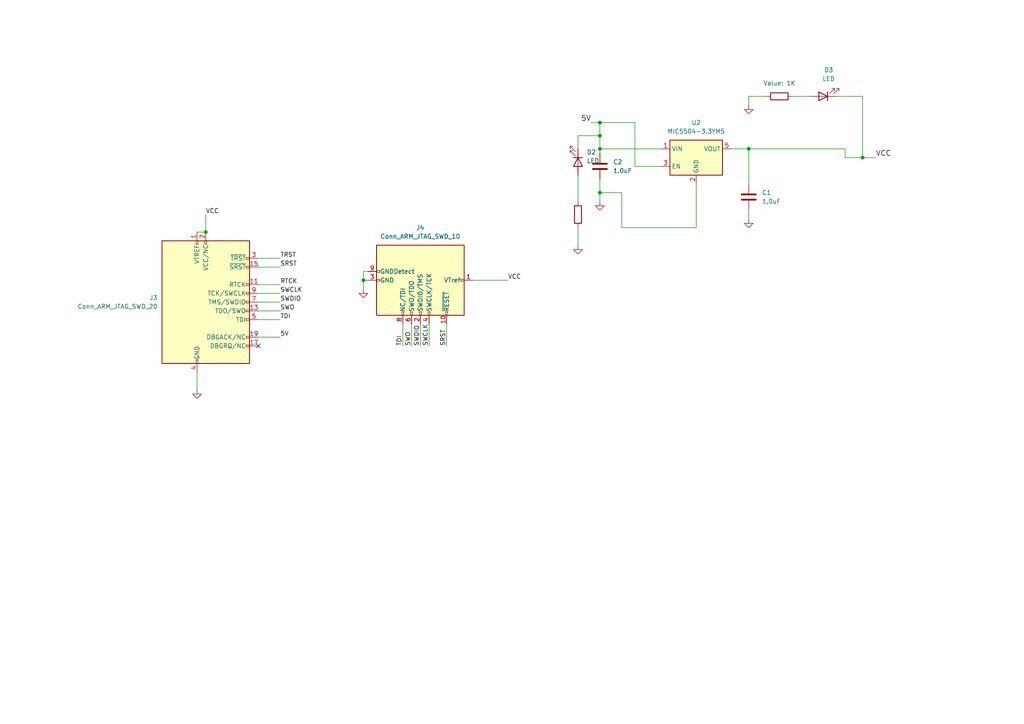
<source format=kicad_sch>
(kicad_sch (version 20250114) (generator "eeschema") (generator_version "9.0")
  (paper "A4")
  (title_block (date "27 oct 2014"))
  (lib_symbols
    (symbol "C_1" (pin_numbers (hide yes)) (pin_names (offset 0.254))
      (property "Reference" "C" (at 0.635 2.54 0))
      (property "Value" "C" (at 0.635 -2.54 0))
      (symbol "C_1_0_1"
        (polyline (pts (xy -2.032 0.762) (xy 2.032 0.762)) (stroke (width 0.508)))
        (polyline (pts (xy -2.032 -0.762) (xy 2.032 -0.762)) (stroke (width 0.508)))
      )
      (symbol "C_1_1_1"
        (pin passive line (at 0 3.81 270) (length 2.794) (name "~") (number "1"))
        (pin passive line (at 0 -3.81 90) (length 2.794) (name "~") (number "2"))
      )
    )
    (symbol "C_2" (pin_numbers (hide yes)) (pin_names (offset 0.254))
      (property "Reference" "C" (at 0.635 2.54 0))
      (property "Value" "C" (at 0.635 -2.54 0))
      (symbol "C_2_0_1"
        (polyline (pts (xy -2.032 0.762) (xy 2.032 0.762)) (stroke (width 0.508)))
        (polyline (pts (xy -2.032 -0.762) (xy 2.032 -0.762)) (stroke (width 0.508)))
      )
      (symbol "C_2_1_1"
        (pin passive line (at 0 3.81 270) (length 2.794) (name "~") (number "1"))
        (pin passive line (at 0 -3.81 90) (length 2.794) (name "~") (number "2"))
      )
    )
    (symbol "Connector:Conn_ARM_JTAG_SWD_10" (pin_names (offset 1.016))
      (property "Reference" "J" (at -2.54 16.51 0))
      (property "Value" "Conn_ARM_JTAG_SWD_10" (at -2.54 13.97 0))
      (symbol "Conn_ARM_JTAG_SWD_10_0_1"
        (rectangle (start -10.16 12.7) (end 10.16 -12.7) (stroke (width 0.254)) (fill (type background)))
        (rectangle (start -2.794 -12.7) (end -2.286 -11.684))
        (rectangle (start -0.254 12.7) (end 0.254 11.684))
        (rectangle (start -0.254 -12.7) (end 0.254 -11.684))
        (rectangle (start 9.144 2.286) (end 10.16 2.794))
        (rectangle (start 10.16 7.874) (end 9.144 7.366))
        (rectangle (start 10.16 -0.254) (end 9.144 0.254))
        (rectangle (start 10.16 -2.794) (end 9.144 -2.286))
      )
      (symbol "Conn_ARM_JTAG_SWD_10_1_1"
        (rectangle (start 9.144 -5.334) (end 10.16 -4.826))
        (pin no_connect line (at -10.16 0 0) (length 2.54) (hide yes) (name "KEY") (number "7"))
        (pin passive line (at -2.54 -15.24 90) (length 2.54) (name "GNDDetect") (number "9"))
        (pin power_in line (at 0 15.24 270) (length 2.54) (name "VTref") (number "1"))
        (pin power_in line (at 0 -15.24 90) (length 2.54) (name "GND") (number "3"))
        (pin passive line (at 0 -15.24 90) (length 2.54) (hide yes) (name "GND") (number "5"))
        (pin open_collector line (at 12.7 7.62 180) (length 2.54) (name "~{RESET}") (number "10"))
        (pin output line (at 12.7 2.54 180) (length 2.54) (name "SWCLK/TCK") (number "4"))
        (pin bidirectional line (at 12.7 0 180) (length 2.54) (name "SWDIO/TMS") (number "2"))
        (pin input line (at 12.7 -2.54 180) (length 2.54) (name "SWO/TDO") (number "6"))
        (pin output line (at 12.7 -5.08 180) (length 2.54) (name "NC/TDI") (number "8"))
      )
    )
    (symbol "Connector:Conn_ARM_JTAG_SWD_20" (pin_names (offset 1.016))
      (property "Reference" "J" (at -5.08 21.59 0))
      (property "Value" "Conn_ARM_JTAG_SWD_20" (at -5.08 19.05 0))
      (symbol "Conn_ARM_JTAG_SWD_20_0_1"
        (rectangle (start -12.7 17.78) (end 12.7 -17.78) (stroke (width 0.254)) (fill (type background)))
        (rectangle (start -2.794 17.78) (end -2.286 16.764))
        (rectangle (start -2.794 -17.78) (end -2.286 -16.764))
        (rectangle (start -0.254 17.78) (end 0.254 16.764))
        (rectangle (start 11.684 2.286) (end 12.7 2.794))
        (rectangle (start 12.7 12.954) (end 11.684 12.446))
        (rectangle (start 12.7 10.414) (end 11.684 9.906))
        (rectangle (start 12.7 4.826) (end 11.684 5.334))
        (rectangle (start 12.7 -0.254) (end 11.684 0.254))
        (rectangle (start 12.7 -2.794) (end 11.684 -2.286))
        (rectangle (start 12.7 -9.906) (end 11.684 -10.414))
        (rectangle (start 12.7 -12.446) (end 11.684 -12.954))
      )
      (symbol "Conn_ARM_JTAG_SWD_20_1_1"
        (rectangle (start 11.684 -5.334) (end 12.7 -4.826))
        (pin power_in line (at -2.54 20.32 270) (length 2.54) (name "VTREF") (number "1"))
        (pin passive line (at -2.54 -20.32 90) (length 2.54) (hide yes) (name "GND") (number "10"))
        (pin passive line (at -2.54 -20.32 90) (length 2.54) (hide yes) (name "GND") (number "12"))
        (pin passive line (at -2.54 -20.32 90) (length 2.54) (hide yes) (name "GND") (number "14"))
        (pin passive line (at -2.54 -20.32 90) (length 2.54) (hide yes) (name "GND") (number "16"))
        (pin passive line (at -2.54 -20.32 90) (length 2.54) (hide yes) (name "GND") (number "18"))
        (pin passive line (at -2.54 -20.32 90) (length 2.54) (hide yes) (name "GND") (number "20"))
        (pin power_in line (at -2.54 -20.32 90) (length 2.54) (name "GND") (number "4"))
        (pin passive line (at -2.54 -20.32 90) (length 2.54) (hide yes) (name "GND") (number "6"))
        (pin passive line (at -2.54 -20.32 90) (length 2.54) (hide yes) (name "GND") (number "8"))
        (pin power_in line (at 0 20.32 270) (length 2.54) (name "VCC/NC") (number "2"))
        (pin output line (at 15.24 12.7 180) (length 2.54) (name "~{TRST}") (number "3"))
        (pin bidirectional line (at 15.24 10.16 180) (length 2.54) (name "~{SRST}") (number "15"))
        (pin input line (at 15.24 5.08 180) (length 2.54) (name "RTCK") (number "11"))
        (pin output line (at 15.24 2.54 180) (length 2.54) (name "TCK/SWCLK") (number "9"))
        (pin output line (at 15.24 0 180) (length 2.54) (name "TMS/SWDIO") (number "7"))
        (pin input line (at 15.24 -2.54 180) (length 2.54) (name "TDO/SWO") (number "13"))
        (pin output line (at 15.24 -5.08 180) (length 2.54) (name "TDI") (number "5"))
        (pin input line (at 15.24 -10.16 180) (length 2.54) (name "DBGACK/NC") (number "19"))
        (pin output line (at 15.24 -12.7 180) (length 2.54) (name "DBGRQ/NC") (number "17"))
      )
    )
    (symbol "DUAL_SWITCH_INV_1" (pin_names (offset 0))
      (property "Reference" "SW" (at -5.08 3.81 0))
      (property "Value" "DUAL_SWITCH_INV" (at -3.81 -3.81 0))
      (symbol "DUAL_SWITCH_INV_1_0_0"
        (circle (center -3.81 0) (radius 1.27))
        (circle (center 3.81 -2.54) (radius 1.27))
      )
      (symbol "DUAL_SWITCH_INV_1_0_1"
        (polyline (pts (xy -2.54 0) (xy 3.81 1.27)))
        (circle (center 3.81 2.54) (radius 1.27))
      )
      (symbol "DUAL_SWITCH_INV_1_1_1"
        (pin passive line (at -12.7 0 0) (length 7.62) (name "B") (number "2"))
        (pin passive line (at 12.7 2.54 180) (length 7.62) (name "A") (number "1"))
        (pin passive line (at 12.7 -2.54 180) (length 7.62) (name "C") (number "3"))
      )
      (symbol "DUAL_SWITCH_INV_1_2_1"
        (pin passive line (at -12.7 0 0) (length 7.62) (name "B") (number "5"))
        (pin passive line (at 12.7 2.54 180) (length 7.62) (name "A") (number "4"))
        (pin passive line (at 12.7 -2.54 180) (length 7.62) (name "C") (number "6"))
      )
    )
    (symbol "Device:C" (pin_numbers (hide yes)) (pin_names (offset 0.254))
      (property "Reference" "C" (at 0.635 2.54 0))
      (property "Value" "C" (at 0.635 -2.54 0))
      (symbol "C_0_1"
        (polyline (pts (xy -2.032 0.762) (xy 2.032 0.762)) (stroke (width 0.508)))
        (polyline (pts (xy -2.032 -0.762) (xy 2.032 -0.762)) (stroke (width 0.508)))
      )
      (symbol "C_1_1"
        (pin passive line (at 0 3.81 270) (length 2.794) (name "~") (number "1"))
        (pin passive line (at 0 -3.81 90) (length 2.794) (name "~") (number "2"))
      )
    )
    (symbol "Device:LED" (pin_numbers (hide yes)) (pin_names (offset 1.016) (hide yes))
      (property "Reference" "D" (at 0 2.54 0))
      (property "Value" "LED" (at 0 -2.54 0))
      (symbol "LED_0_1"
        (polyline (pts (xy -3.048 -0.762) (xy -4.572 -2.286) (xy -3.81 -2.286) (xy -4.572 -2.286) (xy -4.572 -1.524)))
        (polyline (pts (xy -1.778 -0.762) (xy -3.302 -2.286) (xy -2.54 -2.286) (xy -3.302 -2.286) (xy -3.302 -1.524)))
        (polyline (pts (xy -1.27 0) (xy 1.27 0)))
        (polyline (pts (xy -1.27 -1.27) (xy -1.27 1.27)) (stroke (width 0.254)))
        (polyline (pts (xy 1.27 -1.27) (xy 1.27 1.27) (xy -1.27 0) (xy 1.27 -1.27)) (stroke (width 0.254)))
      )
      (symbol "LED_1_1"
        (pin passive line (at -3.81 0 0) (length 2.54) (name "K") (number "1"))
        (pin passive line (at 3.81 0 180) (length 2.54) (name "A") (number "2"))
      )
    )
    (symbol "Device:R" (pin_numbers (hide yes)) (pin_names (offset 0))
      (property "Reference" "R" (at 2.032 0 90))
      (property "Value" "R" (at 0 0 90))
      (symbol "R_0_1"
        (rectangle (start -1.016 -2.54) (end 1.016 2.54) (stroke (width 0.254)))
      )
      (symbol "R_1_1"
        (pin passive line (at 0 3.81 270) (length 1.27) (name "~") (number "1"))
        (pin passive line (at 0 -3.81 90) (length 1.27) (name "~") (number "2"))
      )
    )
    (symbol "GND_1" (power) (pin_names (offset 0))
      (property "Value" "GND" (at 0 -3.81 0))
      (symbol "GND_1_0_1"
        (polyline (pts (xy 0 0) (xy 0 -1.27) (xy 1.27 -1.27) (xy 0 -2.54) (xy -1.27 -1.27) (xy 0 -1.27)))
      )
      (symbol "GND_1_1_1"
        (pin power_in line (at 0 0 270) (length 0) (hide yes) (name "GND") (number "1"))
      )
    )
    (symbol "GND_13" (power) (pin_names (offset 0))
      (property "Value" "GND" (at 0 -3.81 0))
      (symbol "GND_13_0_1"
        (polyline (pts (xy 0 0) (xy 0 -1.27) (xy 1.27 -1.27) (xy 0 -2.54) (xy -1.27 -1.27) (xy 0 -1.27)))
      )
      (symbol "GND_13_1_1"
        (pin power_in line (at 0 0 270) (length 0) (hide yes) (name "GND") (number "1"))
      )
    )
    (symbol "GND_14" (power) (pin_names (offset 0))
      (property "Value" "GND" (at 0 -3.81 0))
      (symbol "GND_14_0_1"
        (polyline (pts (xy 0 0) (xy 0 -1.27) (xy 1.27 -1.27) (xy 0 -2.54) (xy -1.27 -1.27) (xy 0 -1.27)))
      )
      (symbol "GND_14_1_1"
        (pin power_in line (at 0 0 270) (length 0) (hide yes) (name "GND") (number "1"))
      )
    )
    (symbol "GND_15" (power) (pin_names (offset 0))
      (property "Value" "GND" (at 0 -3.81 0))
      (symbol "GND_15_0_1"
        (polyline (pts (xy 0 0) (xy 0 -1.27) (xy 1.27 -1.27) (xy 0 -2.54) (xy -1.27 -1.27) (xy 0 -1.27)))
      )
      (symbol "GND_15_1_1"
        (pin power_in line (at 0 0 270) (length 0) (hide yes) (name "GND") (number "1"))
      )
    )
    (symbol "GND_16" (power) (pin_names (offset 0))
      (property "Value" "GND" (at 0 -3.81 0))
      (symbol "GND_16_0_1"
        (polyline (pts (xy 0 0) (xy 0 -1.27) (xy 1.27 -1.27) (xy 0 -2.54) (xy -1.27 -1.27) (xy 0 -1.27)))
      )
      (symbol "GND_16_1_1"
        (pin power_in line (at 0 0 270) (length 0) (hide yes) (name "GND") (number "1"))
      )
    )
    (symbol "GND_17" (power) (pin_names (offset 0))
      (property "Value" "GND" (at 0 -3.81 0))
      (symbol "GND_17_0_1"
        (polyline (pts (xy 0 0) (xy 0 -1.27) (xy 1.27 -1.27) (xy 0 -2.54) (xy -1.27 -1.27) (xy 0 -1.27)))
      )
      (symbol "GND_17_1_1"
        (pin power_in line (at 0 0 270) (length 0) (hide yes) (name "GND") (number "1"))
      )
    )
    (symbol "GND_18" (power) (pin_names (offset 0))
      (property "Value" "GND" (at 0 -3.81 0))
      (symbol "GND_18_0_1"
        (polyline (pts (xy 0 0) (xy 0 -1.27) (xy 1.27 -1.27) (xy 0 -2.54) (xy -1.27 -1.27) (xy 0 -1.27)))
      )
      (symbol "GND_18_1_1"
        (pin power_in line (at 0 0 270) (length 0) (hide yes) (name "GND") (number "1"))
      )
    )
    (symbol "GND_2" (power) (pin_names (offset 0))
      (property "Value" "GND" (at 0 -3.81 0))
      (symbol "GND_2_0_1"
        (polyline (pts (xy 0 0) (xy 0 -1.27) (xy 1.27 -1.27) (xy 0 -2.54) (xy -1.27 -1.27) (xy 0 -1.27)))
      )
      (symbol "GND_2_1_1"
        (pin power_in line (at 0 0 270) (length 0) (hide yes) (name "GND") (number "1"))
      )
    )
    (symbol "GND_3" (power) (pin_names (offset 0))
      (property "Value" "GND" (at 0 -3.81 0))
      (symbol "GND_3_0_1"
        (polyline (pts (xy 0 0) (xy 0 -1.27) (xy 1.27 -1.27) (xy 0 -2.54) (xy -1.27 -1.27) (xy 0 -1.27)))
      )
      (symbol "GND_3_1_1"
        (pin power_in line (at 0 0 270) (length 0) (hide yes) (name "GND") (number "1"))
      )
    )
    (symbol "GND_4" (power) (pin_names (offset 0))
      (property "Value" "GND" (at 0 -3.81 0))
      (symbol "GND_4_0_1"
        (polyline (pts (xy 0 0) (xy 0 -1.27) (xy 1.27 -1.27) (xy 0 -2.54) (xy -1.27 -1.27) (xy 0 -1.27)))
      )
      (symbol "GND_4_1_1"
        (pin power_in line (at 0 0 270) (length 0) (hide yes) (name "GND") (number "1"))
      )
    )
    (symbol "GND_5" (power) (pin_names (offset 0))
      (property "Value" "GND" (at 0 -3.81 0))
      (symbol "GND_5_0_1"
        (polyline (pts (xy 0 0) (xy 0 -1.27) (xy 1.27 -1.27) (xy 0 -2.54) (xy -1.27 -1.27) (xy 0 -1.27)))
      )
      (symbol "GND_5_1_1"
        (pin power_in line (at 0 0 270) (length 0) (hide yes) (name "GND") (number "1"))
      )
    )
    (symbol "GND_6" (power) (pin_names (offset 0))
      (property "Value" "GND" (at 0 -3.81 0))
      (symbol "GND_6_0_1"
        (polyline (pts (xy 0 0) (xy 0 -1.27) (xy 1.27 -1.27) (xy 0 -2.54) (xy -1.27 -1.27) (xy 0 -1.27)))
      )
      (symbol "GND_6_1_1"
        (pin power_in line (at 0 0 270) (length 0) (hide yes) (name "GND") (number "1"))
      )
    )
    (symbol "GND_7" (power) (pin_names (offset 0))
      (property "Value" "GND" (at 0 -3.81 0))
      (symbol "GND_7_0_1"
        (polyline (pts (xy 0 0) (xy 0 -1.27) (xy 1.27 -1.27) (xy 0 -2.54) (xy -1.27 -1.27) (xy 0 -1.27)))
      )
      (symbol "GND_7_1_1"
        (pin power_in line (at 0 0 270) (length 0) (hide yes) (name "GND") (number "1"))
      )
    )
    (symbol "GND_8" (power) (pin_names (offset 0))
      (property "Value" "GND" (at 0 -3.81 0))
      (symbol "GND_8_0_1"
        (polyline (pts (xy 0 0) (xy 0 -1.27) (xy 1.27 -1.27) (xy 0 -2.54) (xy -1.27 -1.27) (xy 0 -1.27)))
      )
      (symbol "GND_8_1_1"
        (pin power_in line (at 0 0 270) (length 0) (hide yes) (name "GND") (number "1"))
      )
    )
    (symbol "LED_1" (pin_names (offset 1.016) (hide yes))
      (property "Reference" "D" (at 0 2.54 0))
      (property "Value" "LED" (at 0 -2.54 0))
      (symbol "LED_1_0_1"
        (polyline (pts (xy -2.032 -0.635) (xy -3.175 -1.651) (xy -3.048 -1.016)))
        (polyline (pts (xy -1.651 -1.016) (xy -2.794 -2.032) (xy -2.667 -1.397)))
        (polyline (pts (xy -1.27 1.27) (xy -1.27 -1.27)))
        (polyline (pts (xy 1.27 1.27) (xy -1.27 0) (xy 1.27 -1.27)) (fill (type outline)))
      )
      (symbol "LED_1_1_1"
        (pin passive line (at -5.08 0 0) (length 3.81) (name "K") (number "1"))
        (pin passive line (at 5.08 0 180) (length 3.81) (name "A") (number "2"))
      )
    )
    (symbol "LED_2" (pin_names (offset 1.016) (hide yes))
      (property "Reference" "D" (at 0 2.54 0))
      (property "Value" "LED" (at 0 -2.54 0))
      (symbol "LED_2_0_1"
        (polyline (pts (xy -2.032 -0.635) (xy -3.175 -1.651) (xy -3.048 -1.016)))
        (polyline (pts (xy -1.651 -1.016) (xy -2.794 -2.032) (xy -2.667 -1.397)))
        (polyline (pts (xy -1.27 1.27) (xy -1.27 -1.27)))
        (polyline (pts (xy 1.27 1.27) (xy -1.27 0) (xy 1.27 -1.27)) (fill (type outline)))
      )
      (symbol "LED_2_1_1"
        (pin passive line (at -5.08 0 0) (length 3.81) (name "K") (number "1"))
        (pin passive line (at 5.08 0 180) (length 3.81) (name "A") (number "2"))
      )
    )
    (symbol "R_1" (pin_numbers (hide yes)) (pin_names (offset 0))
      (property "Reference" "R" (at 2.032 0 90))
      (property "Value" "R" (at 0 0 90))
      (symbol "R_1_0_1"
        (rectangle (start -1.016 -2.54) (end 1.016 2.54) (stroke (width 0.254)))
      )
      (symbol "R_1_1_1"
        (pin passive line (at 0 3.81 270) (length 1.27) (name "~") (number "1"))
        (pin passive line (at 0 -3.81 90) (length 1.27) (name "~") (number "2"))
      )
    )
    (symbol "R_2" (pin_numbers (hide yes)) (pin_names (offset 0))
      (property "Reference" "R" (at 2.032 0 90))
      (property "Value" "R" (at 0 0 90))
      (symbol "R_2_0_1"
        (rectangle (start -1.016 -2.54) (end 1.016 2.54) (stroke (width 0.254)))
      )
      (symbol "R_2_1_1"
        (pin passive line (at 0 3.81 270) (length 1.27) (name "~") (number "1"))
        (pin passive line (at 0 -3.81 90) (length 1.27) (name "~") (number "2"))
      )
    )
    (symbol "Regulator_Linear:MIC5504-3.3YM5"
      (property "Reference" "U" (at -7.62 8.89 0))
      (property "Value" "MIC5504-3.3YM5" (at -7.62 6.35 0))
      (symbol "MIC5504-3.3YM5_0_1"
        (rectangle (start -7.62 -5.08) (end 7.62 5.08) (stroke (width 0.254)) (fill (type background)))
      )
      (symbol "MIC5504-3.3YM5_1_1"
        (pin power_in line (at -10.16 2.54 0) (length 2.54) (name "VIN") (number "1"))
        (pin input line (at -10.16 -2.54 0) (length 2.54) (name "EN") (number "3"))
        (pin power_in line (at 0 -7.62 90) (length 2.54) (name "GND") (number "2"))
        (pin no_connect line (at 7.62 -2.54 180) (length 2.54) (hide yes) (name "NC") (number "4"))
        (pin power_out line (at 10.16 2.54 180) (length 2.54) (name "VOUT") (number "5"))
      )
    )
  )
  (junction (at 250.19 45.72))
  (junction (at 173.99 43.18))
  (junction (at 173.99 55.88))
  (junction (at 59.69 67.31))
  (junction (at 173.99 35.56))
  (junction (at 173.99 39.37))
  (junction (at 217.17 43.18))
  (junction (at 105.41 81.28))
  (no_connect (at 74.93 100.33))
  (wire (pts (xy 180.34 66.04) (xy 180.34 55.88)))
  (wire (pts (xy 59.69 62.23) (xy 59.69 67.31)))
  (wire (pts (xy 173.99 43.18) (xy 191.77 43.18)))
  (wire (pts (xy 167.64 39.37) (xy 173.99 39.37)))
  (wire (pts (xy 250.19 27.94) (xy 250.19 45.72)))
  (wire (pts (xy 184.15 48.26) (xy 191.77 48.26)))
  (wire (pts (xy 173.99 35.56) (xy 173.99 39.37)))
  (wire (pts (xy 119.38 93.98) (xy 119.38 100.33)))
  (wire (pts (xy 74.93 90.17) (xy 81.28 90.17)))
  (wire (pts (xy 121.92 93.98) (xy 121.92 100.33)))
  (wire (pts (xy 74.93 87.63) (xy 81.28 87.63)))
  (wire (pts (xy 212.09 43.18) (xy 217.17 43.18)))
  (wire (pts (xy 167.64 66.04) (xy 167.64 71.12)))
  (wire (pts (xy 229.87 27.94) (xy 234.95 27.94)))
  (wire (pts (xy 74.93 92.71) (xy 81.28 92.71)))
  (wire (pts (xy 105.41 78.74) (xy 105.41 81.28)))
  (wire (pts (xy 124.46 93.98) (xy 124.46 100.33)))
  (wire (pts (xy 184.15 35.56) (xy 184.15 48.26)))
  (wire (pts (xy 180.34 66.04) (xy 201.93 66.04)))
  (wire (pts (xy 254 45.72) (xy 250.19 45.72)))
  (wire (pts (xy 171.45 35.56) (xy 173.99 35.56)))
  (wire (pts (xy 74.93 85.09) (xy 81.28 85.09)))
  (wire (pts (xy 217.17 63.5) (xy 217.17 60.96)))
  (wire (pts (xy 74.93 77.47) (xy 81.28 77.47)))
  (wire (pts (xy 137.16 81.28) (xy 147.32 81.28)))
  (wire (pts (xy 217.17 53.34) (xy 217.17 43.18)))
  (wire (pts (xy 106.68 81.28) (xy 105.41 81.28)))
  (wire (pts (xy 57.15 67.31) (xy 59.69 67.31)))
  (wire (pts (xy 106.68 78.74) (xy 105.41 78.74)))
  (wire (pts (xy 74.93 82.55) (xy 81.28 82.55)))
  (wire (pts (xy 217.17 43.18) (xy 245.11 43.18)))
  (wire (pts (xy 74.93 74.93) (xy 81.28 74.93)))
  (wire (pts (xy 129.54 93.98) (xy 129.54 100.33)))
  (wire (pts (xy 105.41 81.28) (xy 105.41 83.82)))
  (wire (pts (xy 242.57 27.94) (xy 250.19 27.94)))
  (wire (pts (xy 74.93 97.79) (xy 81.28 97.79)))
  (wire (pts (xy 245.11 43.18) (xy 245.11 45.72)))
  (wire (pts (xy 173.99 39.37) (xy 173.99 43.18)))
  (wire (pts (xy 217.17 27.94) (xy 222.25 27.94)))
  (wire (pts (xy 173.99 43.18) (xy 173.99 44.45)))
  (wire (pts (xy 173.99 52.07) (xy 173.99 55.88)))
  (wire (pts (xy 167.64 43.18) (xy 167.64 39.37)))
  (wire (pts (xy 57.15 107.95) (xy 57.15 113.03)))
  (wire (pts (xy 180.34 55.88) (xy 173.99 55.88)))
  (wire (pts (xy 116.84 93.98) (xy 116.84 100.33)))
  (wire (pts (xy 250.19 45.72) (xy 245.11 45.72)))
  (wire (pts (xy 173.99 55.88) (xy 173.99 58.42)))
  (wire (pts (xy 173.99 35.56) (xy 184.15 35.56)))
  (wire (pts (xy 167.64 50.8) (xy 167.64 58.42)))
  (wire (pts (xy 217.17 27.94) (xy 217.17 30.48)))
  (wire (pts (xy 201.93 66.04) (xy 201.93 53.34)))
  (label "VCC" (at 147.32 81.28 0))
  (label "SWCLK" (at 124.46 100.33 90))
  (label "5V" (at 81.28 97.79 0))
  (label "VCC" (at 254 45.72 0) (effects (font (size 1.524 1.524))))
  (label "SWDIO" (at 121.92 100.33 90))
  (label "TRST" (at 81.28 74.93 0))
  (label "SWDIO" (at 81.28 87.63 0))
  (label "RTCK" (at 81.28 82.55 0))
  (label "SWCLK" (at 81.28 85.09 0))
  (label "SRST" (at 81.28 77.47 0))
  (label "SWO" (at 119.38 100.33 90))
  (label "VCC" (at 59.69 62.23 0))
  (label "TDI" (at 116.84 100.33 90))
  (label "TDI" (at 81.28 92.71 0))
  (label "5V" (at 171.45 35.56 180) (effects (font (size 1.524 1.524))))
  (label "SRST" (at 129.54 100.33 90))
  (label "SWO" (at 81.28 90.17 0))
  (symbol (lib_name "GND_16") (lib_id "arm_20to10-rescue:GND") (at 173.99 58.42 0) (unit 1)
    (property "Reference" "#PWR05" (effects (hide yes)))
    (property "Value" "GND" (effects (hide yes)))
  )
  (symbol (lib_name "GND_13") (lib_id "arm_20to10-rescue:GND") (at 217.17 63.5 0) (unit 1)
    (property "Reference" "#PWR06" (effects (hide yes)))
    (property "Value" "GND" (effects (hide yes)))
  )
  (symbol (lib_name "GND_14") (lib_id "arm_20to10-rescue:GND") (at 217.17 30.48 0) (unit 1)
    (property "Reference" "#PWR07" (effects (hide yes)))
    (property "Value" "GND" (effects (hide yes)))
  )
  (symbol (lib_name "GND_15") (lib_id "arm_20to10-rescue:GND") (at 167.64 71.12 0) (unit 1)
    (property "Reference" "#PWR08" (effects (hide yes)))
    (property "Value" "GND" (effects (hide yes)))
  )
  (symbol (lib_id "Device:C") (at 173.99 48.26 0) (unit 1)
    (property "Reference" "C2" (at 177.8 46.9899 0) (effects (justify left)))
    (property "Value" "1.0uF" (at 177.8 49.5299 0) (effects (justify left)))
    (property "Footprint" "Capacitor_SMD:C_0603_1608Metric_Pad1.08x0.95mm_HandSolder" (effects (hide yes)))
    (property "Description" "Unpolarized capacitor" (effects (hide yes)))
  )
  (symbol (lib_id "Connector:Conn_ARM_JTAG_SWD_20") (at 59.69 87.63 0) (unit 1)
    (property "Reference" "J3" (at 45.72 86.3599 0) (effects (justify right)))
    (property "Value" "Conn_ARM_JTAG_SWD_20" (at 45.72 88.8999 0) (effects (justify right)))
    (property "Footprint" "Connector_IDC:IDC-Header_2x10_P2.54mm_Latch_Vertical" (effects (hide yes)))
    (property "Datasheet" "http://infocenter.arm.com/help/topic/com.arm.doc.dui0499b/DUI0499B_system_design_reference.pdf" (effects (hide yes)))
    (property "Description" "Standard IDC20 Pinheader Connector, ARM legacy JTAG and SWD interface" (effects (hide yes)))
  )
  (symbol (lib_id "Device:R") (at 226.06 27.94 90) (unit 1)
    (property "Reference" "R3" (effects (hide yes)))
    (property "Value" "1K" (at 226.06 24.13 90) (show_name yes))
    (property "Footprint" "Resistor_SMD:R_0603_1608Metric_Pad0.98x0.95mm_HandSolder" (effects (hide yes)))
    (property "Description" "Resistor" (effects (hide yes)))
  )
  (symbol (lib_name "GND_18") (lib_id "arm_20to10-rescue:GND") (at 105.41 83.82 0) (unit 1)
    (property "Reference" "#PWR010" (effects (hide yes)))
    (property "Value" "GND" (effects (hide yes)))
  )
  (symbol (lib_id "Connector:Conn_ARM_JTAG_SWD_10") (at 121.92 81.28 270) (unit 1)
    (property "Reference" "J4" (at 121.92 66.04 90))
    (property "Value" "Conn_ARM_JTAG_SWD_10" (at 121.92 68.58 90))
    (property "Footprint" "Connector_PinHeader_1.27mm:PinHeader_2x05_P1.27mm_Horizontal" (effects (hide yes)))
    (property "Datasheet" "http://infocenter.arm.com/help/topic/com.arm.doc.ddi0314h/DDI0314H_coresight_components_trm.pdf" (effects (hide yes)))
    (property "Description" "Cortex Debug Connector, standard ARM Cortex-M SWD and JTAG interface" (effects (hide yes)))
  )
  (symbol (lib_id "Device:R") (at 167.64 62.23 180) (unit 1)
    (property "Reference" "R2" (effects (hide yes)))
    (property "Value" "1K" (effects (hide yes)))
    (property "Footprint" "Resistor_SMD:R_0603_1608Metric_Pad0.98x0.95mm_HandSolder" (effects (hide yes)))
    (property "Description" "Resistor" (effects (hide yes)))
  )
  (symbol (lib_id "Device:LED") (at 238.76 27.94 180) (unit 1)
    (property "Reference" "D3" (at 240.3475 20.32 0))
    (property "Value" "LED" (at 240.3475 22.86 0))
    (property "Footprint" "LED_SMD:LED_0603_1608Metric_Pad1.05x0.95mm_HandSolder" (effects (hide yes)))
    (property "Description" "Light emitting diode" (effects (hide yes)))
    (property "Sim.Pins" "1=K 2=A" (effects (hide yes)))
  )
  (symbol (lib_id "Device:LED") (at 167.64 46.99 270) (unit 1)
    (property "Reference" "D2" (at 170.18 44.1324 90) (effects (justify left)))
    (property "Value" "LED" (at 170.18 46.6724 90) (effects (justify left)))
    (property "Footprint" "LED_SMD:LED_0603_1608Metric_Pad1.05x0.95mm_HandSolder" (effects (hide yes)))
    (property "Description" "Light emitting diode" (effects (hide yes)))
    (property "Sim.Pins" "1=K 2=A" (effects (hide yes)))
  )
  (symbol (lib_id "Device:C") (at 217.17 57.15 0) (unit 1)
    (property "Reference" "C1" (at 220.98 55.8799 0) (effects (justify left)))
    (property "Value" "1.0uF" (at 220.98 58.4199 0) (effects (justify left)))
    (property "Footprint" "Capacitor_SMD:C_0603_1608Metric_Pad1.08x0.95mm_HandSolder" (effects (hide yes)))
    (property "Description" "Unpolarized capacitor" (effects (hide yes)))
  )
  (symbol (lib_id "Regulator_Linear:MIC5504-3.3YM5") (at 201.93 45.72 0) (unit 1)
    (property "Reference" "U2" (at 201.93 35.56 0))
    (property "Value" "MIC5504-3.3YM5" (at 201.93 38.1 0))
    (property "Footprint" "Package_TO_SOT_SMD:SOT-23-5" (effects (hide yes)))
    (property "Datasheet" "http://ww1.microchip.com/downloads/en/DeviceDoc/MIC550X.pdf" (effects (hide yes)))
    (property "Description" "300mA Low-dropout Voltage Regulator, Vout 3.3V, Vin up to 5.5V, SOT-23" (effects (hide yes)))
  )
  (symbol (lib_name "GND_17") (lib_id "arm_20to10-rescue:GND") (at 57.15 113.03 0) (unit 1)
    (property "Reference" "#PWR09" (effects (hide yes)))
    (property "Value" "GND" (effects (hide yes)))
  )
)
</source>
